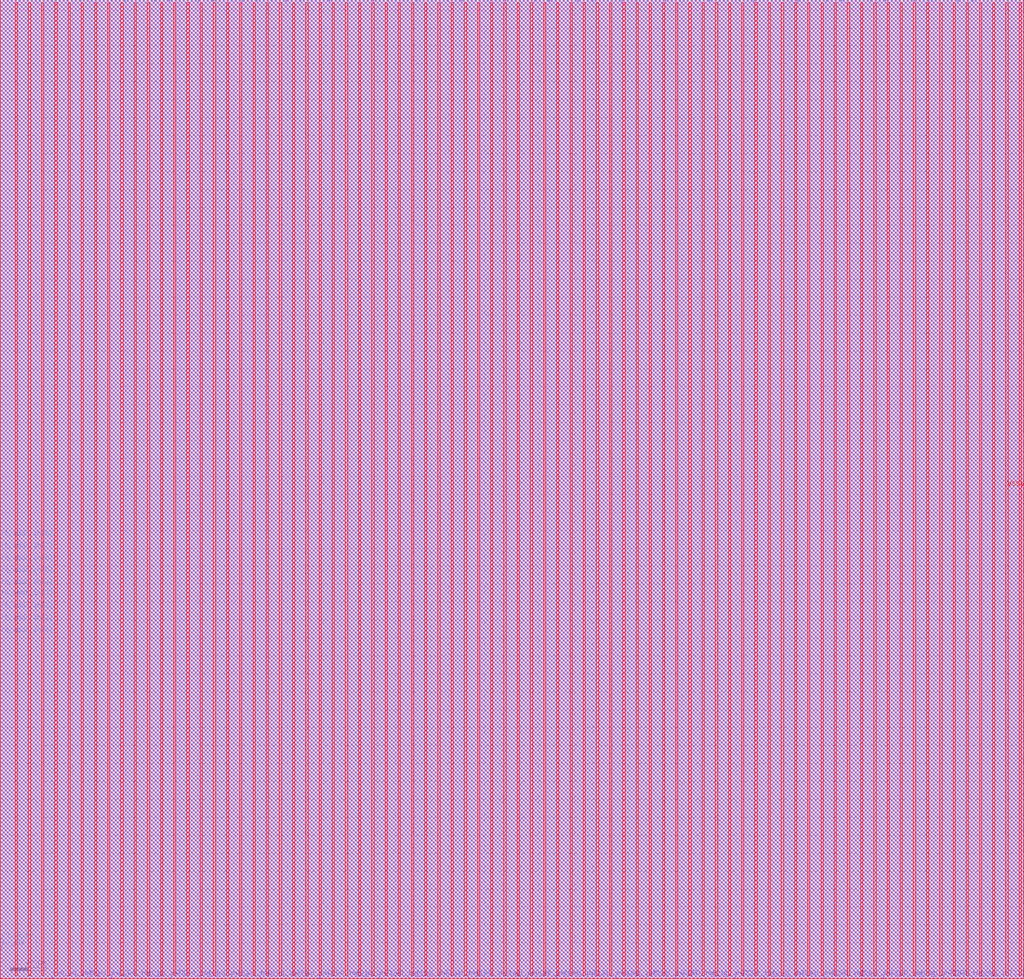
<source format=lef>
# Generated by OpenFakeRAM
VERSION 5.7 ;
BUSBITCHARS "[]" ;
PROPERTYDEFINITIONS
  MACRO width INTEGER ;
  MACRO depth INTEGER ;
  MACRO banks INTEGER ;
END PROPERTYDEFINITIONS
MACRO fakeram_1rw1r_32w384d_8wm_sram
  PROPERTY width 32 ;
  PROPERTY depth 384 ;
  PROPERTY banks 1 ;
  FOREIGN fakeram_1rw1r_32w384d_8wm_sram 0 0 ;
  SYMMETRY X Y R90 ;
  SIZE 570.400 BY 545.760 ;
  CLASS BLOCK ;
  PIN r0_clk
    DIRECTION INPUT ;
    USE SIGNAL ;
    SHAPE ABUTMENT ;
    PORT
      LAYER met3 ;
      RECT 0.000 16.850 0.800 17.150 ;
    END
  END r0_clk
  PIN r0_ce_in
    DIRECTION INPUT ;
    USE SIGNAL ;
    SHAPE ABUTMENT ;
    PORT
      LAYER met3 ;
      RECT 0.000 21.610 0.800 21.910 ;
    END
  END r0_ce_in
  PIN r0_addr_in[0]
    DIRECTION INPUT ;
    USE SIGNAL ;
    SHAPE ABUTMENT ;
    PORT
      LAYER met3 ;
      RECT 0.000 191.610 0.800 191.910 ;
    END
  END r0_addr_in[0]
  PIN r0_addr_in[1]
    DIRECTION INPUT ;
    USE SIGNAL ;
    SHAPE ABUTMENT ;
    PORT
      LAYER met3 ;
      RECT 0.000 198.410 0.800 198.710 ;
    END
  END r0_addr_in[1]
  PIN r0_addr_in[2]
    DIRECTION INPUT ;
    USE SIGNAL ;
    SHAPE ABUTMENT ;
    PORT
      LAYER met3 ;
      RECT 0.000 205.210 0.800 205.510 ;
    END
  END r0_addr_in[2]
  PIN r0_addr_in[3]
    DIRECTION INPUT ;
    USE SIGNAL ;
    SHAPE ABUTMENT ;
    PORT
      LAYER met3 ;
      RECT 0.000 212.010 0.800 212.310 ;
    END
  END r0_addr_in[3]
  PIN r0_addr_in[4]
    DIRECTION INPUT ;
    USE SIGNAL ;
    SHAPE ABUTMENT ;
    PORT
      LAYER met3 ;
      RECT 0.000 218.130 0.800 218.430 ;
    END
  END r0_addr_in[4]
  PIN r0_addr_in[5]
    DIRECTION INPUT ;
    USE SIGNAL ;
    SHAPE ABUTMENT ;
    PORT
      LAYER met3 ;
      RECT 0.000 224.930 0.800 225.230 ;
    END
  END r0_addr_in[5]
  PIN r0_addr_in[6]
    DIRECTION INPUT ;
    USE SIGNAL ;
    SHAPE ABUTMENT ;
    PORT
      LAYER met3 ;
      RECT 0.000 231.730 0.800 232.030 ;
    END
  END r0_addr_in[6]
  PIN r0_addr_in[7]
    DIRECTION INPUT ;
    USE SIGNAL ;
    SHAPE ABUTMENT ;
    PORT
      LAYER met3 ;
      RECT 0.000 238.530 0.800 238.830 ;
    END
  END r0_addr_in[7]
  PIN r0_addr_in[8]
    DIRECTION INPUT ;
    USE SIGNAL ;
    SHAPE ABUTMENT ;
    PORT
      LAYER met3 ;
      RECT 0.000 245.330 0.800 245.630 ;
    END
  END r0_addr_in[8]
  PIN rw0_rd_out[0]
    DIRECTION OUTPUT ;
    USE SIGNAL ;
    SHAPE ABUTMENT ;
    PORT
      LAYER met2 ;
      RECT 28.830 544.960 29.130 545.760 ;
    END
  END rw0_rd_out[0]
  PIN r0_rd_out[0]
    DIRECTION OUTPUT ;
    USE SIGNAL ;
    SHAPE ABUTMENT ;
    PORT
      LAYER met2 ;
      RECT 37.110 544.960 37.410 545.760 ;
    END
  END r0_rd_out[0]
  PIN rw0_rd_out[1]
    DIRECTION OUTPUT ;
    USE SIGNAL ;
    SHAPE ABUTMENT ;
    PORT
      LAYER met2 ;
      RECT 44.930 544.960 45.230 545.760 ;
    END
  END rw0_rd_out[1]
  PIN r0_rd_out[1]
    DIRECTION OUTPUT ;
    USE SIGNAL ;
    SHAPE ABUTMENT ;
    PORT
      LAYER met2 ;
      RECT 53.210 544.960 53.510 545.760 ;
    END
  END r0_rd_out[1]
  PIN rw0_rd_out[2]
    DIRECTION OUTPUT ;
    USE SIGNAL ;
    SHAPE ABUTMENT ;
    PORT
      LAYER met2 ;
      RECT 61.490 544.960 61.790 545.760 ;
    END
  END rw0_rd_out[2]
  PIN r0_rd_out[2]
    DIRECTION OUTPUT ;
    USE SIGNAL ;
    SHAPE ABUTMENT ;
    PORT
      LAYER met2 ;
      RECT 69.310 544.960 69.610 545.760 ;
    END
  END r0_rd_out[2]
  PIN rw0_rd_out[3]
    DIRECTION OUTPUT ;
    USE SIGNAL ;
    SHAPE ABUTMENT ;
    PORT
      LAYER met2 ;
      RECT 77.590 544.960 77.890 545.760 ;
    END
  END rw0_rd_out[3]
  PIN r0_rd_out[3]
    DIRECTION OUTPUT ;
    USE SIGNAL ;
    SHAPE ABUTMENT ;
    PORT
      LAYER met2 ;
      RECT 85.870 544.960 86.170 545.760 ;
    END
  END r0_rd_out[3]
  PIN rw0_rd_out[4]
    DIRECTION OUTPUT ;
    USE SIGNAL ;
    SHAPE ABUTMENT ;
    PORT
      LAYER met2 ;
      RECT 94.150 544.960 94.450 545.760 ;
    END
  END rw0_rd_out[4]
  PIN r0_rd_out[4]
    DIRECTION OUTPUT ;
    USE SIGNAL ;
    SHAPE ABUTMENT ;
    PORT
      LAYER met2 ;
      RECT 101.970 544.960 102.270 545.760 ;
    END
  END r0_rd_out[4]
  PIN rw0_rd_out[5]
    DIRECTION OUTPUT ;
    USE SIGNAL ;
    SHAPE ABUTMENT ;
    PORT
      LAYER met2 ;
      RECT 110.250 544.960 110.550 545.760 ;
    END
  END rw0_rd_out[5]
  PIN r0_rd_out[5]
    DIRECTION OUTPUT ;
    USE SIGNAL ;
    SHAPE ABUTMENT ;
    PORT
      LAYER met2 ;
      RECT 118.530 544.960 118.830 545.760 ;
    END
  END r0_rd_out[5]
  PIN rw0_rd_out[6]
    DIRECTION OUTPUT ;
    USE SIGNAL ;
    SHAPE ABUTMENT ;
    PORT
      LAYER met2 ;
      RECT 126.350 544.960 126.650 545.760 ;
    END
  END rw0_rd_out[6]
  PIN r0_rd_out[6]
    DIRECTION OUTPUT ;
    USE SIGNAL ;
    SHAPE ABUTMENT ;
    PORT
      LAYER met2 ;
      RECT 134.630 544.960 134.930 545.760 ;
    END
  END r0_rd_out[6]
  PIN rw0_rd_out[7]
    DIRECTION OUTPUT ;
    USE SIGNAL ;
    SHAPE ABUTMENT ;
    PORT
      LAYER met2 ;
      RECT 142.910 544.960 143.210 545.760 ;
    END
  END rw0_rd_out[7]
  PIN r0_rd_out[7]
    DIRECTION OUTPUT ;
    USE SIGNAL ;
    SHAPE ABUTMENT ;
    PORT
      LAYER met2 ;
      RECT 150.730 544.960 151.030 545.760 ;
    END
  END r0_rd_out[7]
  PIN rw0_rd_out[8]
    DIRECTION OUTPUT ;
    USE SIGNAL ;
    SHAPE ABUTMENT ;
    PORT
      LAYER met2 ;
      RECT 159.010 544.960 159.310 545.760 ;
    END
  END rw0_rd_out[8]
  PIN r0_rd_out[8]
    DIRECTION OUTPUT ;
    USE SIGNAL ;
    SHAPE ABUTMENT ;
    PORT
      LAYER met2 ;
      RECT 167.290 544.960 167.590 545.760 ;
    END
  END r0_rd_out[8]
  PIN rw0_rd_out[9]
    DIRECTION OUTPUT ;
    USE SIGNAL ;
    SHAPE ABUTMENT ;
    PORT
      LAYER met2 ;
      RECT 175.570 544.960 175.870 545.760 ;
    END
  END rw0_rd_out[9]
  PIN r0_rd_out[9]
    DIRECTION OUTPUT ;
    USE SIGNAL ;
    SHAPE ABUTMENT ;
    PORT
      LAYER met2 ;
      RECT 183.390 544.960 183.690 545.760 ;
    END
  END r0_rd_out[9]
  PIN rw0_rd_out[10]
    DIRECTION OUTPUT ;
    USE SIGNAL ;
    SHAPE ABUTMENT ;
    PORT
      LAYER met2 ;
      RECT 191.670 544.960 191.970 545.760 ;
    END
  END rw0_rd_out[10]
  PIN r0_rd_out[10]
    DIRECTION OUTPUT ;
    USE SIGNAL ;
    SHAPE ABUTMENT ;
    PORT
      LAYER met2 ;
      RECT 199.950 544.960 200.250 545.760 ;
    END
  END r0_rd_out[10]
  PIN rw0_rd_out[11]
    DIRECTION OUTPUT ;
    USE SIGNAL ;
    SHAPE ABUTMENT ;
    PORT
      LAYER met2 ;
      RECT 207.770 544.960 208.070 545.760 ;
    END
  END rw0_rd_out[11]
  PIN r0_rd_out[11]
    DIRECTION OUTPUT ;
    USE SIGNAL ;
    SHAPE ABUTMENT ;
    PORT
      LAYER met2 ;
      RECT 216.050 544.960 216.350 545.760 ;
    END
  END r0_rd_out[11]
  PIN rw0_rd_out[12]
    DIRECTION OUTPUT ;
    USE SIGNAL ;
    SHAPE ABUTMENT ;
    PORT
      LAYER met2 ;
      RECT 224.330 544.960 224.630 545.760 ;
    END
  END rw0_rd_out[12]
  PIN r0_rd_out[12]
    DIRECTION OUTPUT ;
    USE SIGNAL ;
    SHAPE ABUTMENT ;
    PORT
      LAYER met2 ;
      RECT 232.150 544.960 232.450 545.760 ;
    END
  END r0_rd_out[12]
  PIN rw0_rd_out[13]
    DIRECTION OUTPUT ;
    USE SIGNAL ;
    SHAPE ABUTMENT ;
    PORT
      LAYER met2 ;
      RECT 240.430 544.960 240.730 545.760 ;
    END
  END rw0_rd_out[13]
  PIN r0_rd_out[13]
    DIRECTION OUTPUT ;
    USE SIGNAL ;
    SHAPE ABUTMENT ;
    PORT
      LAYER met2 ;
      RECT 248.710 544.960 249.010 545.760 ;
    END
  END r0_rd_out[13]
  PIN rw0_rd_out[14]
    DIRECTION OUTPUT ;
    USE SIGNAL ;
    SHAPE ABUTMENT ;
    PORT
      LAYER met2 ;
      RECT 256.990 544.960 257.290 545.760 ;
    END
  END rw0_rd_out[14]
  PIN r0_rd_out[14]
    DIRECTION OUTPUT ;
    USE SIGNAL ;
    SHAPE ABUTMENT ;
    PORT
      LAYER met2 ;
      RECT 264.810 544.960 265.110 545.760 ;
    END
  END r0_rd_out[14]
  PIN rw0_rd_out[15]
    DIRECTION OUTPUT ;
    USE SIGNAL ;
    SHAPE ABUTMENT ;
    PORT
      LAYER met2 ;
      RECT 273.090 544.960 273.390 545.760 ;
    END
  END rw0_rd_out[15]
  PIN r0_rd_out[15]
    DIRECTION OUTPUT ;
    USE SIGNAL ;
    SHAPE ABUTMENT ;
    PORT
      LAYER met2 ;
      RECT 281.370 544.960 281.670 545.760 ;
    END
  END r0_rd_out[15]
  PIN rw0_rd_out[16]
    DIRECTION OUTPUT ;
    USE SIGNAL ;
    SHAPE ABUTMENT ;
    PORT
      LAYER met2 ;
      RECT 289.190 544.960 289.490 545.760 ;
    END
  END rw0_rd_out[16]
  PIN r0_rd_out[16]
    DIRECTION OUTPUT ;
    USE SIGNAL ;
    SHAPE ABUTMENT ;
    PORT
      LAYER met2 ;
      RECT 297.470 544.960 297.770 545.760 ;
    END
  END r0_rd_out[16]
  PIN rw0_rd_out[17]
    DIRECTION OUTPUT ;
    USE SIGNAL ;
    SHAPE ABUTMENT ;
    PORT
      LAYER met2 ;
      RECT 305.750 544.960 306.050 545.760 ;
    END
  END rw0_rd_out[17]
  PIN r0_rd_out[17]
    DIRECTION OUTPUT ;
    USE SIGNAL ;
    SHAPE ABUTMENT ;
    PORT
      LAYER met2 ;
      RECT 313.570 544.960 313.870 545.760 ;
    END
  END r0_rd_out[17]
  PIN rw0_rd_out[18]
    DIRECTION OUTPUT ;
    USE SIGNAL ;
    SHAPE ABUTMENT ;
    PORT
      LAYER met2 ;
      RECT 321.850 544.960 322.150 545.760 ;
    END
  END rw0_rd_out[18]
  PIN r0_rd_out[18]
    DIRECTION OUTPUT ;
    USE SIGNAL ;
    SHAPE ABUTMENT ;
    PORT
      LAYER met2 ;
      RECT 330.130 544.960 330.430 545.760 ;
    END
  END r0_rd_out[18]
  PIN rw0_rd_out[19]
    DIRECTION OUTPUT ;
    USE SIGNAL ;
    SHAPE ABUTMENT ;
    PORT
      LAYER met2 ;
      RECT 338.410 544.960 338.710 545.760 ;
    END
  END rw0_rd_out[19]
  PIN r0_rd_out[19]
    DIRECTION OUTPUT ;
    USE SIGNAL ;
    SHAPE ABUTMENT ;
    PORT
      LAYER met2 ;
      RECT 346.230 544.960 346.530 545.760 ;
    END
  END r0_rd_out[19]
  PIN rw0_rd_out[20]
    DIRECTION OUTPUT ;
    USE SIGNAL ;
    SHAPE ABUTMENT ;
    PORT
      LAYER met2 ;
      RECT 354.510 544.960 354.810 545.760 ;
    END
  END rw0_rd_out[20]
  PIN r0_rd_out[20]
    DIRECTION OUTPUT ;
    USE SIGNAL ;
    SHAPE ABUTMENT ;
    PORT
      LAYER met2 ;
      RECT 362.790 544.960 363.090 545.760 ;
    END
  END r0_rd_out[20]
  PIN rw0_rd_out[21]
    DIRECTION OUTPUT ;
    USE SIGNAL ;
    SHAPE ABUTMENT ;
    PORT
      LAYER met2 ;
      RECT 370.610 544.960 370.910 545.760 ;
    END
  END rw0_rd_out[21]
  PIN r0_rd_out[21]
    DIRECTION OUTPUT ;
    USE SIGNAL ;
    SHAPE ABUTMENT ;
    PORT
      LAYER met2 ;
      RECT 378.890 544.960 379.190 545.760 ;
    END
  END r0_rd_out[21]
  PIN rw0_rd_out[22]
    DIRECTION OUTPUT ;
    USE SIGNAL ;
    SHAPE ABUTMENT ;
    PORT
      LAYER met2 ;
      RECT 387.170 544.960 387.470 545.760 ;
    END
  END rw0_rd_out[22]
  PIN r0_rd_out[22]
    DIRECTION OUTPUT ;
    USE SIGNAL ;
    SHAPE ABUTMENT ;
    PORT
      LAYER met2 ;
      RECT 394.990 544.960 395.290 545.760 ;
    END
  END r0_rd_out[22]
  PIN rw0_rd_out[23]
    DIRECTION OUTPUT ;
    USE SIGNAL ;
    SHAPE ABUTMENT ;
    PORT
      LAYER met2 ;
      RECT 403.270 544.960 403.570 545.760 ;
    END
  END rw0_rd_out[23]
  PIN r0_rd_out[23]
    DIRECTION OUTPUT ;
    USE SIGNAL ;
    SHAPE ABUTMENT ;
    PORT
      LAYER met2 ;
      RECT 411.550 544.960 411.850 545.760 ;
    END
  END r0_rd_out[23]
  PIN rw0_rd_out[24]
    DIRECTION OUTPUT ;
    USE SIGNAL ;
    SHAPE ABUTMENT ;
    PORT
      LAYER met2 ;
      RECT 419.830 544.960 420.130 545.760 ;
    END
  END rw0_rd_out[24]
  PIN r0_rd_out[24]
    DIRECTION OUTPUT ;
    USE SIGNAL ;
    SHAPE ABUTMENT ;
    PORT
      LAYER met2 ;
      RECT 427.650 544.960 427.950 545.760 ;
    END
  END r0_rd_out[24]
  PIN rw0_rd_out[25]
    DIRECTION OUTPUT ;
    USE SIGNAL ;
    SHAPE ABUTMENT ;
    PORT
      LAYER met2 ;
      RECT 435.930 544.960 436.230 545.760 ;
    END
  END rw0_rd_out[25]
  PIN r0_rd_out[25]
    DIRECTION OUTPUT ;
    USE SIGNAL ;
    SHAPE ABUTMENT ;
    PORT
      LAYER met2 ;
      RECT 444.210 544.960 444.510 545.760 ;
    END
  END r0_rd_out[25]
  PIN rw0_rd_out[26]
    DIRECTION OUTPUT ;
    USE SIGNAL ;
    SHAPE ABUTMENT ;
    PORT
      LAYER met2 ;
      RECT 452.030 544.960 452.330 545.760 ;
    END
  END rw0_rd_out[26]
  PIN r0_rd_out[26]
    DIRECTION OUTPUT ;
    USE SIGNAL ;
    SHAPE ABUTMENT ;
    PORT
      LAYER met2 ;
      RECT 460.310 544.960 460.610 545.760 ;
    END
  END r0_rd_out[26]
  PIN rw0_rd_out[27]
    DIRECTION OUTPUT ;
    USE SIGNAL ;
    SHAPE ABUTMENT ;
    PORT
      LAYER met2 ;
      RECT 468.590 544.960 468.890 545.760 ;
    END
  END rw0_rd_out[27]
  PIN r0_rd_out[27]
    DIRECTION OUTPUT ;
    USE SIGNAL ;
    SHAPE ABUTMENT ;
    PORT
      LAYER met2 ;
      RECT 476.410 544.960 476.710 545.760 ;
    END
  END r0_rd_out[27]
  PIN rw0_rd_out[28]
    DIRECTION OUTPUT ;
    USE SIGNAL ;
    SHAPE ABUTMENT ;
    PORT
      LAYER met2 ;
      RECT 484.690 544.960 484.990 545.760 ;
    END
  END rw0_rd_out[28]
  PIN r0_rd_out[28]
    DIRECTION OUTPUT ;
    USE SIGNAL ;
    SHAPE ABUTMENT ;
    PORT
      LAYER met2 ;
      RECT 492.970 544.960 493.270 545.760 ;
    END
  END r0_rd_out[28]
  PIN rw0_rd_out[29]
    DIRECTION OUTPUT ;
    USE SIGNAL ;
    SHAPE ABUTMENT ;
    PORT
      LAYER met2 ;
      RECT 501.250 544.960 501.550 545.760 ;
    END
  END rw0_rd_out[29]
  PIN r0_rd_out[29]
    DIRECTION OUTPUT ;
    USE SIGNAL ;
    SHAPE ABUTMENT ;
    PORT
      LAYER met2 ;
      RECT 509.070 544.960 509.370 545.760 ;
    END
  END r0_rd_out[29]
  PIN rw0_rd_out[30]
    DIRECTION OUTPUT ;
    USE SIGNAL ;
    SHAPE ABUTMENT ;
    PORT
      LAYER met2 ;
      RECT 517.350 544.960 517.650 545.760 ;
    END
  END rw0_rd_out[30]
  PIN r0_rd_out[30]
    DIRECTION OUTPUT ;
    USE SIGNAL ;
    SHAPE ABUTMENT ;
    PORT
      LAYER met2 ;
      RECT 525.630 544.960 525.930 545.760 ;
    END
  END r0_rd_out[30]
  PIN rw0_rd_out[31]
    DIRECTION OUTPUT ;
    USE SIGNAL ;
    SHAPE ABUTMENT ;
    PORT
      LAYER met2 ;
      RECT 533.450 544.960 533.750 545.760 ;
    END
  END rw0_rd_out[31]
  PIN r0_rd_out[31]
    DIRECTION OUTPUT ;
    USE SIGNAL ;
    SHAPE ABUTMENT ;
    PORT
      LAYER met2 ;
      RECT 541.730 544.960 542.030 545.760 ;
    END
  END r0_rd_out[31]
  PIN rw0_clk
    DIRECTION INPUT ;
    USE SIGNAL ;
    SHAPE ABUTMENT ;
    PORT
      LAYER met3 ;
      RECT 569.600 491.490 570.400 491.790 ;
    END
  END rw0_clk
  PIN rw0_ce_in
    DIRECTION INPUT ;
    USE SIGNAL ;
    SHAPE ABUTMENT ;
    PORT
      LAYER met3 ;
      RECT 569.600 496.250 570.400 496.550 ;
    END
  END rw0_ce_in
  PIN rw0_we_in
    DIRECTION INPUT ;
    USE SIGNAL ;
    SHAPE ABUTMENT ;
    PORT
      LAYER met3 ;
      RECT 569.600 501.690 570.400 501.990 ;
    END
  END rw0_we_in
  PIN rw0_addr_in[0]
    DIRECTION INPUT ;
    USE SIGNAL ;
    SHAPE ABUTMENT ;
    PORT
      LAYER met3 ;
      RECT 569.600 82.130 570.400 82.430 ;
    END
  END rw0_addr_in[0]
  PIN rw0_addr_in[1]
    DIRECTION INPUT ;
    USE SIGNAL ;
    SHAPE ABUTMENT ;
    PORT
      LAYER met3 ;
      RECT 569.600 88.930 570.400 89.230 ;
    END
  END rw0_addr_in[1]
  PIN rw0_addr_in[2]
    DIRECTION INPUT ;
    USE SIGNAL ;
    SHAPE ABUTMENT ;
    PORT
      LAYER met3 ;
      RECT 569.600 95.730 570.400 96.030 ;
    END
  END rw0_addr_in[2]
  PIN rw0_addr_in[3]
    DIRECTION INPUT ;
    USE SIGNAL ;
    SHAPE ABUTMENT ;
    PORT
      LAYER met3 ;
      RECT 569.600 102.530 570.400 102.830 ;
    END
  END rw0_addr_in[3]
  PIN rw0_addr_in[4]
    DIRECTION INPUT ;
    USE SIGNAL ;
    SHAPE ABUTMENT ;
    PORT
      LAYER met3 ;
      RECT 569.600 108.650 570.400 108.950 ;
    END
  END rw0_addr_in[4]
  PIN rw0_addr_in[5]
    DIRECTION INPUT ;
    USE SIGNAL ;
    SHAPE ABUTMENT ;
    PORT
      LAYER met3 ;
      RECT 569.600 115.450 570.400 115.750 ;
    END
  END rw0_addr_in[5]
  PIN rw0_addr_in[6]
    DIRECTION INPUT ;
    USE SIGNAL ;
    SHAPE ABUTMENT ;
    PORT
      LAYER met3 ;
      RECT 569.600 122.250 570.400 122.550 ;
    END
  END rw0_addr_in[6]
  PIN rw0_addr_in[7]
    DIRECTION INPUT ;
    USE SIGNAL ;
    SHAPE ABUTMENT ;
    PORT
      LAYER met3 ;
      RECT 569.600 129.050 570.400 129.350 ;
    END
  END rw0_addr_in[7]
  PIN rw0_addr_in[8]
    DIRECTION INPUT ;
    USE SIGNAL ;
    SHAPE ABUTMENT ;
    PORT
      LAYER met3 ;
      RECT 569.600 135.850 570.400 136.150 ;
    END
  END rw0_addr_in[8]
  PIN rw0_wmask_in[0]
    DIRECTION INPUT ;
    USE SIGNAL ;
    SHAPE ABUTMENT ;
    PORT
      LAYER met3 ;
      RECT 569.600 16.850 570.400 17.150 ;
    END
  END rw0_wmask_in[0]
  PIN rw0_wmask_in[1]
    DIRECTION INPUT ;
    USE SIGNAL ;
    SHAPE ABUTMENT ;
    PORT
      LAYER met3 ;
      RECT 569.600 27.730 570.400 28.030 ;
    END
  END rw0_wmask_in[1]
  PIN rw0_wmask_in[2]
    DIRECTION INPUT ;
    USE SIGNAL ;
    SHAPE ABUTMENT ;
    PORT
      LAYER met3 ;
      RECT 569.600 37.930 570.400 38.230 ;
    END
  END rw0_wmask_in[2]
  PIN rw0_wmask_in[3]
    DIRECTION INPUT ;
    USE SIGNAL ;
    SHAPE ABUTMENT ;
    PORT
      LAYER met3 ;
      RECT 569.600 48.810 570.400 49.110 ;
    END
  END rw0_wmask_in[3]
  PIN rw0_wd_in[0]
    DIRECTION INPUT ;
    USE SIGNAL ;
    SHAPE ABUTMENT ;
    PORT
      LAYER met2 ;
      RECT 28.830 0.000 29.130 0.800 ;
    END
  END rw0_wd_in[0]
  PIN rw0_wd_in[1]
    DIRECTION INPUT ;
    USE SIGNAL ;
    SHAPE ABUTMENT ;
    PORT
      LAYER met2 ;
      RECT 45.390 0.000 45.690 0.800 ;
    END
  END rw0_wd_in[1]
  PIN rw0_wd_in[2]
    DIRECTION INPUT ;
    USE SIGNAL ;
    SHAPE ABUTMENT ;
    PORT
      LAYER met2 ;
      RECT 61.950 0.000 62.250 0.800 ;
    END
  END rw0_wd_in[2]
  PIN rw0_wd_in[3]
    DIRECTION INPUT ;
    USE SIGNAL ;
    SHAPE ABUTMENT ;
    PORT
      LAYER met2 ;
      RECT 78.510 0.000 78.810 0.800 ;
    END
  END rw0_wd_in[3]
  PIN rw0_wd_in[4]
    DIRECTION INPUT ;
    USE SIGNAL ;
    SHAPE ABUTMENT ;
    PORT
      LAYER met2 ;
      RECT 95.070 0.000 95.370 0.800 ;
    END
  END rw0_wd_in[4]
  PIN rw0_wd_in[5]
    DIRECTION INPUT ;
    USE SIGNAL ;
    SHAPE ABUTMENT ;
    PORT
      LAYER met2 ;
      RECT 111.630 0.000 111.930 0.800 ;
    END
  END rw0_wd_in[5]
  PIN rw0_wd_in[6]
    DIRECTION INPUT ;
    USE SIGNAL ;
    SHAPE ABUTMENT ;
    PORT
      LAYER met2 ;
      RECT 128.190 0.000 128.490 0.800 ;
    END
  END rw0_wd_in[6]
  PIN rw0_wd_in[7]
    DIRECTION INPUT ;
    USE SIGNAL ;
    SHAPE ABUTMENT ;
    PORT
      LAYER met2 ;
      RECT 144.750 0.000 145.050 0.800 ;
    END
  END rw0_wd_in[7]
  PIN rw0_wd_in[8]
    DIRECTION INPUT ;
    USE SIGNAL ;
    SHAPE ABUTMENT ;
    PORT
      LAYER met2 ;
      RECT 161.310 0.000 161.610 0.800 ;
    END
  END rw0_wd_in[8]
  PIN rw0_wd_in[9]
    DIRECTION INPUT ;
    USE SIGNAL ;
    SHAPE ABUTMENT ;
    PORT
      LAYER met2 ;
      RECT 177.870 0.000 178.170 0.800 ;
    END
  END rw0_wd_in[9]
  PIN rw0_wd_in[10]
    DIRECTION INPUT ;
    USE SIGNAL ;
    SHAPE ABUTMENT ;
    PORT
      LAYER met2 ;
      RECT 194.430 0.000 194.730 0.800 ;
    END
  END rw0_wd_in[10]
  PIN rw0_wd_in[11]
    DIRECTION INPUT ;
    USE SIGNAL ;
    SHAPE ABUTMENT ;
    PORT
      LAYER met2 ;
      RECT 210.990 0.000 211.290 0.800 ;
    END
  END rw0_wd_in[11]
  PIN rw0_wd_in[12]
    DIRECTION INPUT ;
    USE SIGNAL ;
    SHAPE ABUTMENT ;
    PORT
      LAYER met2 ;
      RECT 227.550 0.000 227.850 0.800 ;
    END
  END rw0_wd_in[12]
  PIN rw0_wd_in[13]
    DIRECTION INPUT ;
    USE SIGNAL ;
    SHAPE ABUTMENT ;
    PORT
      LAYER met2 ;
      RECT 244.110 0.000 244.410 0.800 ;
    END
  END rw0_wd_in[13]
  PIN rw0_wd_in[14]
    DIRECTION INPUT ;
    USE SIGNAL ;
    SHAPE ABUTMENT ;
    PORT
      LAYER met2 ;
      RECT 260.670 0.000 260.970 0.800 ;
    END
  END rw0_wd_in[14]
  PIN rw0_wd_in[15]
    DIRECTION INPUT ;
    USE SIGNAL ;
    SHAPE ABUTMENT ;
    PORT
      LAYER met2 ;
      RECT 277.230 0.000 277.530 0.800 ;
    END
  END rw0_wd_in[15]
  PIN rw0_wd_in[16]
    DIRECTION INPUT ;
    USE SIGNAL ;
    SHAPE ABUTMENT ;
    PORT
      LAYER met2 ;
      RECT 293.330 0.000 293.630 0.800 ;
    END
  END rw0_wd_in[16]
  PIN rw0_wd_in[17]
    DIRECTION INPUT ;
    USE SIGNAL ;
    SHAPE ABUTMENT ;
    PORT
      LAYER met2 ;
      RECT 309.890 0.000 310.190 0.800 ;
    END
  END rw0_wd_in[17]
  PIN rw0_wd_in[18]
    DIRECTION INPUT ;
    USE SIGNAL ;
    SHAPE ABUTMENT ;
    PORT
      LAYER met2 ;
      RECT 326.450 0.000 326.750 0.800 ;
    END
  END rw0_wd_in[18]
  PIN rw0_wd_in[19]
    DIRECTION INPUT ;
    USE SIGNAL ;
    SHAPE ABUTMENT ;
    PORT
      LAYER met2 ;
      RECT 343.010 0.000 343.310 0.800 ;
    END
  END rw0_wd_in[19]
  PIN rw0_wd_in[20]
    DIRECTION INPUT ;
    USE SIGNAL ;
    SHAPE ABUTMENT ;
    PORT
      LAYER met2 ;
      RECT 359.570 0.000 359.870 0.800 ;
    END
  END rw0_wd_in[20]
  PIN rw0_wd_in[21]
    DIRECTION INPUT ;
    USE SIGNAL ;
    SHAPE ABUTMENT ;
    PORT
      LAYER met2 ;
      RECT 376.130 0.000 376.430 0.800 ;
    END
  END rw0_wd_in[21]
  PIN rw0_wd_in[22]
    DIRECTION INPUT ;
    USE SIGNAL ;
    SHAPE ABUTMENT ;
    PORT
      LAYER met2 ;
      RECT 392.690 0.000 392.990 0.800 ;
    END
  END rw0_wd_in[22]
  PIN rw0_wd_in[23]
    DIRECTION INPUT ;
    USE SIGNAL ;
    SHAPE ABUTMENT ;
    PORT
      LAYER met2 ;
      RECT 409.250 0.000 409.550 0.800 ;
    END
  END rw0_wd_in[23]
  PIN rw0_wd_in[24]
    DIRECTION INPUT ;
    USE SIGNAL ;
    SHAPE ABUTMENT ;
    PORT
      LAYER met2 ;
      RECT 425.810 0.000 426.110 0.800 ;
    END
  END rw0_wd_in[24]
  PIN rw0_wd_in[25]
    DIRECTION INPUT ;
    USE SIGNAL ;
    SHAPE ABUTMENT ;
    PORT
      LAYER met2 ;
      RECT 442.370 0.000 442.670 0.800 ;
    END
  END rw0_wd_in[25]
  PIN rw0_wd_in[26]
    DIRECTION INPUT ;
    USE SIGNAL ;
    SHAPE ABUTMENT ;
    PORT
      LAYER met2 ;
      RECT 458.930 0.000 459.230 0.800 ;
    END
  END rw0_wd_in[26]
  PIN rw0_wd_in[27]
    DIRECTION INPUT ;
    USE SIGNAL ;
    SHAPE ABUTMENT ;
    PORT
      LAYER met2 ;
      RECT 475.490 0.000 475.790 0.800 ;
    END
  END rw0_wd_in[27]
  PIN rw0_wd_in[28]
    DIRECTION INPUT ;
    USE SIGNAL ;
    SHAPE ABUTMENT ;
    PORT
      LAYER met2 ;
      RECT 492.050 0.000 492.350 0.800 ;
    END
  END rw0_wd_in[28]
  PIN rw0_wd_in[29]
    DIRECTION INPUT ;
    USE SIGNAL ;
    SHAPE ABUTMENT ;
    PORT
      LAYER met2 ;
      RECT 508.610 0.000 508.910 0.800 ;
    END
  END rw0_wd_in[29]
  PIN rw0_wd_in[30]
    DIRECTION INPUT ;
    USE SIGNAL ;
    SHAPE ABUTMENT ;
    PORT
      LAYER met2 ;
      RECT 525.170 0.000 525.470 0.800 ;
    END
  END rw0_wd_in[30]
  PIN rw0_wd_in[31]
    DIRECTION INPUT ;
    USE SIGNAL ;
    SHAPE ABUTMENT ;
    PORT
      LAYER met2 ;
      RECT 541.730 0.000 542.030 0.800 ;
    END
  END rw0_wd_in[31]
  PIN VSS
    DIRECTION INOUT ;
    USE GROUND ;
    PORT
      LAYER met4 ;
      RECT 15.720 1.600 16.920 544.160 ;
      RECT 30.440 1.600 31.640 544.160 ;
      RECT 45.160 1.600 46.360 544.160 ;
      RECT 59.880 1.600 61.080 544.160 ;
      RECT 74.600 1.600 75.800 544.160 ;
      RECT 89.320 1.600 90.520 544.160 ;
      RECT 104.040 1.600 105.240 544.160 ;
      RECT 118.760 1.600 119.960 544.160 ;
      RECT 133.480 1.600 134.680 544.160 ;
      RECT 148.200 1.600 149.400 544.160 ;
      RECT 162.920 1.600 164.120 544.160 ;
      RECT 177.640 1.600 178.840 544.160 ;
      RECT 192.360 1.600 193.560 544.160 ;
      RECT 207.080 1.600 208.280 544.160 ;
      RECT 221.800 1.600 223.000 544.160 ;
      RECT 236.520 1.600 237.720 544.160 ;
      RECT 251.240 1.600 252.440 544.160 ;
      RECT 265.960 1.600 267.160 544.160 ;
      RECT 280.680 1.600 281.880 544.160 ;
      RECT 295.400 1.600 296.600 544.160 ;
      RECT 310.120 1.600 311.320 544.160 ;
      RECT 324.840 1.600 326.040 544.160 ;
      RECT 339.560 1.600 340.760 544.160 ;
      RECT 354.280 1.600 355.480 544.160 ;
      RECT 369.000 1.600 370.200 544.160 ;
      RECT 383.720 1.600 384.920 544.160 ;
      RECT 398.440 1.600 399.640 544.160 ;
      RECT 413.160 1.600 414.360 544.160 ;
      RECT 427.880 1.600 429.080 544.160 ;
      RECT 442.600 1.600 443.800 544.160 ;
      RECT 457.320 1.600 458.520 544.160 ;
      RECT 472.040 1.600 473.240 544.160 ;
      RECT 486.760 1.600 487.960 544.160 ;
      RECT 501.480 1.600 502.680 544.160 ;
      RECT 516.200 1.600 517.400 544.160 ;
      RECT 530.920 1.600 532.120 544.160 ;
      RECT 545.640 1.600 546.840 544.160 ;
      RECT 560.360 1.600 561.560 544.160 ;
    END
  END VSS
  PIN VDD
    DIRECTION INOUT ;
    USE POWER ;
    PORT
      LAYER met4 ;
      RECT 8.360 1.600 9.560 544.160 ;
      RECT 23.080 1.600 24.280 544.160 ;
      RECT 37.800 1.600 39.000 544.160 ;
      RECT 52.520 1.600 53.720 544.160 ;
      RECT 67.240 1.600 68.440 544.160 ;
      RECT 81.960 1.600 83.160 544.160 ;
      RECT 96.680 1.600 97.880 544.160 ;
      RECT 111.400 1.600 112.600 544.160 ;
      RECT 126.120 1.600 127.320 544.160 ;
      RECT 140.840 1.600 142.040 544.160 ;
      RECT 155.560 1.600 156.760 544.160 ;
      RECT 170.280 1.600 171.480 544.160 ;
      RECT 185.000 1.600 186.200 544.160 ;
      RECT 199.720 1.600 200.920 544.160 ;
      RECT 214.440 1.600 215.640 544.160 ;
      RECT 229.160 1.600 230.360 544.160 ;
      RECT 243.880 1.600 245.080 544.160 ;
      RECT 258.600 1.600 259.800 544.160 ;
      RECT 273.320 1.600 274.520 544.160 ;
      RECT 288.040 1.600 289.240 544.160 ;
      RECT 302.760 1.600 303.960 544.160 ;
      RECT 317.480 1.600 318.680 544.160 ;
      RECT 332.200 1.600 333.400 544.160 ;
      RECT 346.920 1.600 348.120 544.160 ;
      RECT 361.640 1.600 362.840 544.160 ;
      RECT 376.360 1.600 377.560 544.160 ;
      RECT 391.080 1.600 392.280 544.160 ;
      RECT 405.800 1.600 407.000 544.160 ;
      RECT 420.520 1.600 421.720 544.160 ;
      RECT 435.240 1.600 436.440 544.160 ;
      RECT 449.960 1.600 451.160 544.160 ;
      RECT 464.680 1.600 465.880 544.160 ;
      RECT 479.400 1.600 480.600 544.160 ;
      RECT 494.120 1.600 495.320 544.160 ;
      RECT 508.840 1.600 510.040 544.160 ;
      RECT 523.560 1.600 524.760 544.160 ;
      RECT 538.280 1.600 539.480 544.160 ;
      RECT 553.000 1.600 554.200 544.160 ;
      RECT 567.720 1.600 568.920 544.160 ;
    END
  END VDD
  OBS
    LAYER met1 ;
    RECT 0 0 570.400 545.760 ;
    LAYER met2 ;
    RECT 0 0 570.400 545.760 ;
    LAYER met3 ;
    RECT 0 0 570.400 545.760 ;
    LAYER met4 ;
    RECT 0 0 570.400 545.760 ;
    LAYER OVERLAP ;
    RECT 0 0 570.400 545.760 ;
  END
END fakeram_1rw1r_32w384d_8wm_sram

END LIBRARY

</source>
